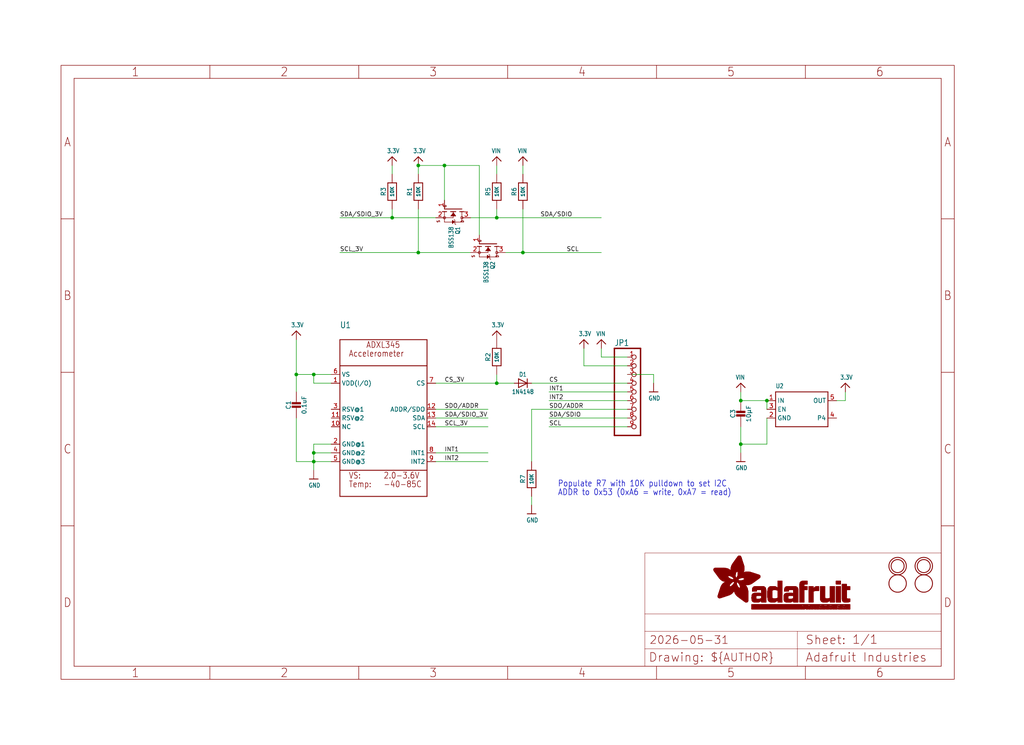
<source format=kicad_sch>
(kicad_sch (version 20230121) (generator eeschema)
  (paper "User" 298.45 217.322)
  (lib_symbols
    (symbol "working-eagle-import:3.3V" (power)
      (property "Value" "3.3V" (at -1.524 1.016 0))
      (symbol "3.3V_1_0"
        (pin power_in line (at 0 -2.54 90) (length 2.54) (name "3.3V") (number "1"))
      )
    )
    (symbol "working-eagle-import:ACCEL_ADXL345"
      (property "Reference" "U" (at -12.7 26.162 0))
      (symbol "ACCEL_ADXL345_1_0"
        (text "-40-85C" (at 0 -20.32 0) (effects (font (size 1.778 1.5113)) (justify left bottom)))
        (text "2.0-3.6V" (at 0 -17.78 0) (effects (font (size 1.778 1.5113)) (justify left bottom)))
        (text "Accelerometer" (at -10.16 17.78 0) (effects (font (size 1.778 1.5113)) (justify left bottom)))
        (text "ADXL345" (at -5.08 20.32 0) (effects (font (size 1.778 1.5113)) (justify left bottom)))
        (text "Temp:" (at -10.16 -20.32 0) (effects (font (size 1.778 1.5113)) (justify left bottom)))
        (text "VS:" (at -10.16 -17.78 0) (effects (font (size 1.778 1.5113)) (justify left bottom)))
        (pin bidirectional line (at -15.24 10.16 0) (length 2.54) (name "VDD(I/O)") (number "1"))
        (pin bidirectional line (at -15.24 -2.54 0) (length 2.54) (name "NC") (number "10"))
        (pin bidirectional line (at -15.24 0 0) (length 2.54) (name "RSV@2") (number "11"))
        (pin bidirectional line (at 15.24 2.54 180) (length 2.54) (name "ADDR/SDO") (number "12"))
        (pin bidirectional line (at 15.24 0 180) (length 2.54) (name "SDA") (number "13"))
        (pin bidirectional line (at 15.24 -2.54 180) (length 2.54) (name "SCL") (number "14"))
        (pin bidirectional line (at -15.24 -7.62 0) (length 2.54) (name "GND@1") (number "2"))
        (pin bidirectional line (at -15.24 2.54 0) (length 2.54) (name "RSV@1") (number "3"))
        (pin bidirectional line (at -15.24 -10.16 0) (length 2.54) (name "GND@2") (number "4"))
        (pin bidirectional line (at -15.24 -12.7 0) (length 2.54) (name "GND@3") (number "5"))
        (pin bidirectional line (at -15.24 12.7 0) (length 2.54) (name "VS") (number "6"))
        (pin bidirectional line (at 15.24 10.16 180) (length 2.54) (name "CS") (number "7"))
        (pin bidirectional line (at 15.24 -10.16 180) (length 2.54) (name "INT1") (number "8"))
        (pin bidirectional line (at 15.24 -12.7 180) (length 2.54) (name "INT2") (number "9"))
      )
    )
    (symbol "working-eagle-import:CAP_CERAMIC0805-NOOUTLINE"
      (property "Reference" "C" (at -2.29 1.25 90))
      (symbol "CAP_CERAMIC0805-NOOUTLINE_1_0"
        (pin passive line (at 0 5.08 270) (length 2.54) (name "1") (number "1"))
        (pin passive line (at 0 -2.54 90) (length 2.54) (name "2") (number "2"))
      )
    )
    (symbol "working-eagle-import:DIODE_SOD323MINI"
      (property "Reference" "D" (at 0 2.54 0))
      (symbol "DIODE_SOD323MINI_1_0"
        (pin passive line (at -2.54 0 0) (length 2.54) (name "A") (number "A"))
        (pin passive line (at 2.54 0 180) (length 2.54) (name "C") (number "C"))
      )
    )
    (symbol "working-eagle-import:FIDUCIAL")
    (symbol "working-eagle-import:FRAME_A4_ADAFRUIT"
      (symbol "FRAME_A4_ADAFRUIT_1_0"
        (text "${#}/${##}" (at 230.505 10.16 0) (effects (font (size 2.54 2.54)) (justify left bottom)))
        (text "${AUTHOR}" (at 189.23 5.08 0) (effects (font (size 2.286 2.286)) (justify left bottom)))
        (text "${CURRENT_DATE}" (at 171.45 10.16 0) (effects (font (size 2.286 2.286)) (justify left bottom)))
        (text "${PROJECTNAME}" (at 171.45 15.24 0) (effects (font (size 2.54 2.54)) (justify left bottom)))
        (text "1" (at 21.6958 1.905 0) (effects (font (size 2.54 2.286))))
        (text "1" (at 21.6958 177.165 0) (effects (font (size 2.54 2.286))))
        (text "2" (at 65.0875 1.905 0) (effects (font (size 2.54 2.286))))
        (text "2" (at 65.0875 177.165 0) (effects (font (size 2.54 2.286))))
        (text "3" (at 108.4792 1.905 0) (effects (font (size 2.54 2.286))))
        (text "3" (at 108.4792 177.165 0) (effects (font (size 2.54 2.286))))
        (text "4" (at 151.8708 1.905 0) (effects (font (size 2.54 2.286))))
        (text "4" (at 151.8708 177.165 0) (effects (font (size 2.54 2.286))))
        (text "5" (at 195.2625 1.905 0) (effects (font (size 2.54 2.286))))
        (text "5" (at 195.2625 177.165 0) (effects (font (size 2.54 2.286))))
        (text "6" (at 238.6542 1.905 0) (effects (font (size 2.54 2.286))))
        (text "6" (at 238.6542 177.165 0) (effects (font (size 2.54 2.286))))
        (text "A" (at 1.905 156.6863 0) (effects (font (size 2.54 2.286))))
        (text "A" (at 258.445 156.6863 0) (effects (font (size 2.54 2.286))))
        (text "Adafruit Industries" (at 216.916 4.953 0) (effects (font (size 2.54 2.54)) (justify left bottom)))
        (text "B" (at 1.905 111.9188 0) (effects (font (size 2.54 2.286))))
        (text "B" (at 258.445 111.9188 0) (effects (font (size 2.54 2.286))))
        (text "C" (at 1.905 67.1513 0) (effects (font (size 2.54 2.286))))
        (text "C" (at 258.445 67.1513 0) (effects (font (size 2.54 2.286))))
        (text "D" (at 1.905 22.3838 0) (effects (font (size 2.54 2.286))))
        (text "D" (at 258.445 22.3838 0) (effects (font (size 2.54 2.286))))
        (text "Drawing:" (at 171.196 4.953 0) (effects (font (size 2.54 2.54)) (justify left bottom)))
        (text "Sheet:" (at 216.916 10.033 0) (effects (font (size 2.54 2.54)) (justify left bottom)))
      )
    )
    (symbol "working-eagle-import:GND" (power)
      (property "Value" "GND" (at -1.524 -2.54 0))
      (symbol "GND_1_0"
        (pin power_in line (at 0 2.54 270) (length 2.54) (name "GND") (number "1"))
      )
    )
    (symbol "working-eagle-import:HEADER-1X970MIL"
      (property "Reference" "JP" (at -6.35 13.335 0))
      (symbol "HEADER-1X970MIL_1_0"
        (pin passive inverted (at -2.54 10.16 0) (length 2.54) (name "1") (number "1"))
        (pin passive inverted (at -2.54 7.62 0) (length 2.54) (name "2") (number "2"))
        (pin passive inverted (at -2.54 5.08 0) (length 2.54) (name "3") (number "3"))
        (pin passive inverted (at -2.54 2.54 0) (length 2.54) (name "4") (number "4"))
        (pin passive inverted (at -2.54 0 0) (length 2.54) (name "5") (number "5"))
        (pin passive inverted (at -2.54 -2.54 0) (length 2.54) (name "6") (number "6"))
        (pin passive inverted (at -2.54 -5.08 0) (length 2.54) (name "7") (number "7"))
        (pin passive inverted (at -2.54 -7.62 0) (length 2.54) (name "8") (number "8"))
        (pin passive inverted (at -2.54 -10.16 0) (length 2.54) (name "9") (number "9"))
      )
    )
    (symbol "working-eagle-import:MOSFET-NWIDE"
      (property "Reference" "Q" (at 5.08 0.635 0))
      (symbol "MOSFET-NWIDE_1_0"
        (text "D" (at 3.175 3.175 0) (effects (font (size 0.8128 0.6908)) (justify left bottom)))
        (text "G" (at -1.27 -1.905 0) (effects (font (size 0.8128 0.6908)) (justify left bottom)))
        (text "S" (at 3.175 -3.81 0) (effects (font (size 0.8128 0.6908)) (justify left bottom)))
        (pin bidirectional line (at -2.54 -2.54 0) (length 2.54) (name "G") (number "1"))
        (pin bidirectional line (at 2.54 -5.08 90) (length 2.54) (name "S") (number "2"))
        (pin bidirectional line (at 2.54 5.08 270) (length 2.54) (name "D") (number "3"))
      )
    )
    (symbol "working-eagle-import:MOUNTINGHOLE2.5")
    (symbol "working-eagle-import:RESISTOR0805_NOOUTLINE"
      (property "Reference" "R" (at 0 2.54 0))
      (symbol "RESISTOR0805_NOOUTLINE_1_0"
        (pin passive line (at -5.08 0 0) (length 2.54) (name "1") (number "1"))
        (pin passive line (at 5.08 0 180) (length 2.54) (name "2") (number "2"))
      )
    )
    (symbol "working-eagle-import:VIN" (power)
      (property "Value" "VIN" (at -1.524 1.016 0))
      (symbol "VIN_1_0"
        (pin power_in line (at 0 -2.54 90) (length 2.54) (name "VIN") (number "1"))
      )
    )
    (symbol "working-eagle-import:VREG_SOT23-5"
      (property "Reference" "U" (at -7.62 6.096 0))
      (symbol "VREG_SOT23-5_1_0"
        (pin power_in line (at -10.16 2.54 0) (length 2.54) (name "IN") (number "1"))
        (pin power_in line (at -10.16 -2.54 0) (length 2.54) (name "GND") (number "2"))
        (pin input line (at -10.16 0 0) (length 2.54) (name "EN") (number "3"))
        (pin bidirectional line (at 10.16 -2.54 180) (length 2.54) (name "P4") (number "4"))
        (pin power_in line (at 10.16 2.54 180) (length 2.54) (name "OUT") (number "5"))
      )
    )
  )
  (junction (at 129.54 48.26))
  (junction (at 215.9 129.54))
  (junction (at 144.78 111.76))
  (junction (at 144.78 63.5))
  (junction (at 91.44 134.62))
  (junction (at 91.44 132.08))
  (junction (at 86.36 109.22))
  (junction (at 152.4 73.66))
  (junction (at 215.9 116.84))
  (junction (at 114.3 63.5))
  (junction (at 91.44 109.22))
  (junction (at 121.92 48.26))
  (junction (at 121.92 73.66))
  (junction (at 223.52 116.84))
  (wire (pts (xy 170.18 106.68) (xy 170.18 101.6)) (stroke (width 0.1524)))
  (wire (pts (xy 182.88 104.14) (xy 175.26 104.14)) (stroke (width 0.1524)))
  (wire (pts (xy 154.94 119.38) (xy 182.88 119.38)) (stroke (width 0.1524)))
  (wire (pts (xy 91.44 134.62) (xy 91.44 137.16)) (stroke (width 0.1524)))
  (wire (pts (xy 127 119.38) (xy 142.24 119.38)) (stroke (width 0.1524)))
  (wire (pts (xy 154.94 111.76) (xy 182.88 111.76)) (stroke (width 0.1524)))
  (wire (pts (xy 127 124.46) (xy 142.24 124.46)) (stroke (width 0.1524)))
  (wire (pts (xy 96.52 129.54) (xy 91.44 129.54)) (stroke (width 0.1524)))
  (wire (pts (xy 144.78 111.76) (xy 144.78 109.22)) (stroke (width 0.1524)))
  (wire (pts (xy 154.94 119.38) (xy 154.94 134.62)) (stroke (width 0.1524)))
  (wire (pts (xy 152.4 73.66) (xy 175.26 73.66)) (stroke (width 0.1524)))
  (wire (pts (xy 86.36 109.22) (xy 91.44 109.22)) (stroke (width 0.1524)))
  (wire (pts (xy 144.78 60.96) (xy 144.78 63.5)) (stroke (width 0.1524)))
  (wire (pts (xy 91.44 111.76) (xy 91.44 109.22)) (stroke (width 0.1524)))
  (wire (pts (xy 223.52 121.92) (xy 223.52 129.54)) (stroke (width 0.1524)))
  (wire (pts (xy 152.4 60.96) (xy 152.4 73.66)) (stroke (width 0.1524)))
  (wire (pts (xy 223.52 119.38) (xy 223.52 116.84)) (stroke (width 0.1524)))
  (wire (pts (xy 215.9 129.54) (xy 215.9 132.08)) (stroke (width 0.1524)))
  (wire (pts (xy 182.88 121.92) (xy 160.02 121.92)) (stroke (width 0.1524)))
  (wire (pts (xy 127 111.76) (xy 144.78 111.76)) (stroke (width 0.1524)))
  (wire (pts (xy 139.7 68.58) (xy 139.7 48.26)) (stroke (width 0.1524)))
  (wire (pts (xy 86.36 109.22) (xy 86.36 99.06)) (stroke (width 0.1524)))
  (wire (pts (xy 91.44 129.54) (xy 91.44 132.08)) (stroke (width 0.1524)))
  (wire (pts (xy 175.26 104.14) (xy 175.26 101.6)) (stroke (width 0.1524)))
  (wire (pts (xy 114.3 60.96) (xy 114.3 63.5)) (stroke (width 0.1524)))
  (wire (pts (xy 121.92 50.8) (xy 121.92 48.26)) (stroke (width 0.1524)))
  (wire (pts (xy 147.32 73.66) (xy 152.4 73.66)) (stroke (width 0.1524)))
  (wire (pts (xy 137.16 73.66) (xy 121.92 73.66)) (stroke (width 0.1524)))
  (wire (pts (xy 127 121.92) (xy 142.24 121.92)) (stroke (width 0.1524)))
  (wire (pts (xy 182.88 106.68) (xy 170.18 106.68)) (stroke (width 0.1524)))
  (wire (pts (xy 121.92 73.66) (xy 99.06 73.66)) (stroke (width 0.1524)))
  (wire (pts (xy 121.92 60.96) (xy 121.92 73.66)) (stroke (width 0.1524)))
  (wire (pts (xy 182.88 124.46) (xy 160.02 124.46)) (stroke (width 0.1524)))
  (wire (pts (xy 96.52 134.62) (xy 91.44 134.62)) (stroke (width 0.1524)))
  (wire (pts (xy 243.84 116.84) (xy 246.38 116.84)) (stroke (width 0.1524)))
  (wire (pts (xy 190.5 109.22) (xy 190.5 111.76)) (stroke (width 0.1524)))
  (wire (pts (xy 127 134.62) (xy 142.24 134.62)) (stroke (width 0.1524)))
  (wire (pts (xy 86.36 134.62) (xy 86.36 121.92)) (stroke (width 0.1524)))
  (wire (pts (xy 129.54 48.26) (xy 121.92 48.26)) (stroke (width 0.1524)))
  (wire (pts (xy 223.52 116.84) (xy 215.9 116.84)) (stroke (width 0.1524)))
  (wire (pts (xy 86.36 114.3) (xy 86.36 109.22)) (stroke (width 0.1524)))
  (wire (pts (xy 182.88 109.22) (xy 190.5 109.22)) (stroke (width 0.1524)))
  (wire (pts (xy 215.9 116.84) (xy 215.9 114.3)) (stroke (width 0.1524)))
  (wire (pts (xy 114.3 50.8) (xy 114.3 48.26)) (stroke (width 0.1524)))
  (wire (pts (xy 246.38 116.84) (xy 246.38 114.3)) (stroke (width 0.1524)))
  (wire (pts (xy 144.78 48.26) (xy 144.78 50.8)) (stroke (width 0.1524)))
  (wire (pts (xy 144.78 111.76) (xy 149.86 111.76)) (stroke (width 0.1524)))
  (wire (pts (xy 129.54 58.42) (xy 129.54 48.26)) (stroke (width 0.1524)))
  (wire (pts (xy 144.78 63.5) (xy 175.26 63.5)) (stroke (width 0.1524)))
  (wire (pts (xy 127 132.08) (xy 142.24 132.08)) (stroke (width 0.1524)))
  (wire (pts (xy 91.44 134.62) (xy 86.36 134.62)) (stroke (width 0.1524)))
  (wire (pts (xy 96.52 111.76) (xy 91.44 111.76)) (stroke (width 0.1524)))
  (wire (pts (xy 139.7 48.26) (xy 129.54 48.26)) (stroke (width 0.1524)))
  (wire (pts (xy 137.16 63.5) (xy 144.78 63.5)) (stroke (width 0.1524)))
  (wire (pts (xy 182.88 114.3) (xy 160.02 114.3)) (stroke (width 0.1524)))
  (wire (pts (xy 182.88 116.84) (xy 160.02 116.84)) (stroke (width 0.1524)))
  (wire (pts (xy 96.52 132.08) (xy 91.44 132.08)) (stroke (width 0.1524)))
  (wire (pts (xy 215.9 124.46) (xy 215.9 129.54)) (stroke (width 0.1524)))
  (wire (pts (xy 154.94 144.78) (xy 154.94 147.32)) (stroke (width 0.1524)))
  (wire (pts (xy 114.3 63.5) (xy 99.06 63.5)) (stroke (width 0.1524)))
  (wire (pts (xy 127 63.5) (xy 114.3 63.5)) (stroke (width 0.1524)))
  (wire (pts (xy 223.52 129.54) (xy 215.9 129.54)) (stroke (width 0.1524)))
  (wire (pts (xy 152.4 48.26) (xy 152.4 50.8)) (stroke (width 0.1524)))
  (wire (pts (xy 91.44 132.08) (xy 91.44 134.62)) (stroke (width 0.1524)))
  (wire (pts (xy 91.44 109.22) (xy 96.52 109.22)) (stroke (width 0.1524)))
  (text "Populate R7 with 10K pulldown to set I2C" (at 162.56 142.24 0) (effects (font (size 1.778 1.5113)) (justify left bottom)))
  (text "ADDR to 0x53 (0xA6 = write, 0xA7 = read)" (at 162.56 144.78 0) (effects (font (size 1.778 1.5113)) (justify left bottom)))
  (label "SDA/SDIO" (at 157.48 63.5 0) (effects (font (size 1.2446 1.2446))))
  (label "SCL" (at 165.1 73.66 0) (effects (font (size 1.2446 1.2446))))
  (label "INT2" (at 129.54 134.62 0) (effects (font (size 1.2446 1.2446))))
  (label "SCL_3V" (at 99.06 73.66 0) (effects (font (size 1.2446 1.2446))))
  (label "SDA/SDIO_3V" (at 129.54 121.92 0) (effects (font (size 1.2446 1.2446))))
  (label "INT1" (at 160.02 114.3 0) (effects (font (size 1.2446 1.2446))))
  (label "INT1" (at 129.54 132.08 0) (effects (font (size 1.2446 1.2446))))
  (label "CS" (at 160.02 111.76 0) (effects (font (size 1.2446 1.2446))))
  (label "SDO/ADDR" (at 129.54 119.38 0) (effects (font (size 1.2446 1.2446))))
  (label "CS_3V" (at 129.54 111.76 0) (effects (font (size 1.2446 1.2446))))
  (label "SCL" (at 160.02 124.46 0) (effects (font (size 1.2446 1.2446))))
  (label "SDA/SDIO" (at 160.02 121.92 0) (effects (font (size 1.2446 1.2446))))
  (label "INT2" (at 160.02 116.84 0) (effects (font (size 1.2446 1.2446))))
  (label "SDA/SDIO_3V" (at 99.06 63.5 0) (effects (font (size 1.2446 1.2446))))
  (label "SCL_3V" (at 129.54 124.46 0) (effects (font (size 1.2446 1.2446))))
  (label "SDO/ADDR" (at 160.02 119.38 0) (effects (font (size 1.2446 1.2446))))
  (symbol (lib_id "working-eagle-import:RESISTOR0805_NOOUTLINE") (at 114.3 55.88 90) (unit 1)
    (property "Reference" "R3" (at 111.76 55.88 0))
    (property "Value" "10K" (at 114.3 55.88 0) (effects (font (size 1.016 1.016) bold)))
    (property "Footprint" "working:0805-NO" (effects hide))
  )
  (symbol (lib_id "working-eagle-import:FIDUCIAL") (at 261.62 170.18 0) (unit 1)
    (property "Reference" "U$3" (effects hide))
    (property "Value" "FIDUCIAL" (effects hide))
    (property "Footprint" "working:FIDUCIAL_1MM" (effects hide))
  )
  (symbol (lib_id "working-eagle-import:RESISTOR0805_NOOUTLINE") (at 144.78 104.14 90) (unit 1)
    (property "Reference" "R2" (at 142.24 104.14 0))
    (property "Value" "10K" (at 144.78 104.14 0) (effects (font (size 1.016 1.016) bold)))
    (property "Footprint" "working:0805-NO" (effects hide))
  )
  (symbol (lib_id "working-eagle-import:3.3V") (at 121.92 45.72 0) (unit 1)
    (property "Reference" "#U$11" (effects hide))
    (property "Value" "3.3V" (at 120.396 44.704 0) (effects (font (size 1.27 1.0795)) (justify left bottom)))
  )
  (symbol (lib_id "working-eagle-import:GND") (at 215.9 134.62 0) (unit 1)
    (property "Reference" "#U$15" (effects hide))
    (property "Value" "GND" (at 214.376 137.16 0) (effects (font (size 1.27 1.0795)) (justify left bottom)))
  )
  (symbol (lib_id "working-eagle-import:GND") (at 91.44 139.7 0) (unit 1)
    (property "Reference" "#U$2" (effects hide))
    (property "Value" "GND" (at 89.916 142.24 0) (effects (font (size 1.27 1.0795)) (justify left bottom)))
  )
  (symbol (lib_id "working-eagle-import:RESISTOR0805_NOOUTLINE") (at 144.78 55.88 90) (unit 1)
    (property "Reference" "R5" (at 142.24 55.88 0))
    (property "Value" "10K" (at 144.78 55.88 0) (effects (font (size 1.016 1.016) bold)))
    (property "Footprint" "working:0805-NO" (effects hide))
  )
  (symbol (lib_id "working-eagle-import:VIN") (at 175.26 99.06 0) (unit 1)
    (property "Reference" "#U$18" (effects hide))
    (property "Value" "VIN" (at 173.736 98.044 0) (effects (font (size 1.27 1.0795)) (justify left bottom)))
  )
  (symbol (lib_id "working-eagle-import:3.3V") (at 170.18 99.06 0) (unit 1)
    (property "Reference" "#U$19" (effects hide))
    (property "Value" "3.3V" (at 168.656 98.044 0) (effects (font (size 1.27 1.0795)) (justify left bottom)))
  )
  (symbol (lib_id "working-eagle-import:FIDUCIAL") (at 269.24 170.18 0) (unit 1)
    (property "Reference" "U$1" (effects hide))
    (property "Value" "FIDUCIAL" (effects hide))
    (property "Footprint" "working:FIDUCIAL_1MM" (effects hide))
  )
  (symbol (lib_id "working-eagle-import:3.3V") (at 246.38 111.76 0) (unit 1)
    (property "Reference" "#U$13" (effects hide))
    (property "Value" "3.3V" (at 244.856 110.744 0) (effects (font (size 1.27 1.0795)) (justify left bottom)))
  )
  (symbol (lib_id "working-eagle-import:VIN") (at 152.4 45.72 0) (unit 1)
    (property "Reference" "#U$17" (effects hide))
    (property "Value" "VIN" (at 150.876 44.704 0) (effects (font (size 1.27 1.0795)) (justify left bottom)))
  )
  (symbol (lib_id "working-eagle-import:VREG_SOT23-5") (at 233.68 119.38 0) (unit 1)
    (property "Reference" "U2" (at 226.06 113.284 0) (effects (font (size 1.27 1.0795)) (justify left bottom)))
    (property "Value" "VREG_SOT23-5" (effects hide))
    (property "Footprint" "working:SOT23-5" (effects hide))
  )
  (symbol (lib_id "working-eagle-import:MOUNTINGHOLE2.5") (at 261.62 165.1 0) (unit 1)
    (property "Reference" "U$6" (effects hide))
    (property "Value" "MOUNTINGHOLE2.5" (effects hide))
    (property "Footprint" "working:MOUNTINGHOLE_2.5_PLATED" (effects hide))
  )
  (symbol (lib_id "working-eagle-import:RESISTOR0805_NOOUTLINE") (at 154.94 139.7 90) (unit 1)
    (property "Reference" "R7" (at 152.4 139.7 0))
    (property "Value" "10K" (at 154.94 139.7 0) (effects (font (size 1.016 1.016) bold)))
    (property "Footprint" "working:0805-NO" (effects hide))
  )
  (symbol (lib_id "working-eagle-import:FRAME_A4_ADAFRUIT") (at 17.78 198.12 0) (unit 1)
    (property "Reference" "#FRAME1" (effects hide))
    (property "Value" "FRAME_A4_ADAFRUIT" (effects hide))
  )
  (symbol (lib_id "working-eagle-import:3.3V") (at 144.78 96.52 0) (unit 1)
    (property "Reference" "#U$12" (effects hide))
    (property "Value" "3.3V" (at 143.256 95.504 0) (effects (font (size 1.27 1.0795)) (justify left bottom)))
  )
  (symbol (lib_id "working-eagle-import:MOUNTINGHOLE2.5") (at 269.24 165.1 0) (unit 1)
    (property "Reference" "U$4" (effects hide))
    (property "Value" "MOUNTINGHOLE2.5" (effects hide))
    (property "Footprint" "working:MOUNTINGHOLE_2.5_PLATED" (effects hide))
  )
  (symbol (lib_id "working-eagle-import:VIN") (at 215.9 111.76 0) (unit 1)
    (property "Reference" "#U$14" (effects hide))
    (property "Value" "VIN" (at 214.376 110.744 0) (effects (font (size 1.27 1.0795)) (justify left bottom)))
  )
  (symbol (lib_id "working-eagle-import:HEADER-1X970MIL") (at 185.42 114.3 0) (unit 1)
    (property "Reference" "JP1" (at 179.07 100.965 0) (effects (font (size 1.778 1.5113)) (justify left bottom)))
    (property "Value" "HEADER-1X970MIL" (effects hide))
    (property "Footprint" "working:1X09_ROUND_70" (effects hide))
  )
  (symbol (lib_id "working-eagle-import:VIN") (at 144.78 45.72 0) (unit 1)
    (property "Reference" "#U$16" (effects hide))
    (property "Value" "VIN" (at 143.256 44.704 0) (effects (font (size 1.27 1.0795)) (justify left bottom)))
  )
  (symbol (lib_id "working-eagle-import:3.3V") (at 114.3 45.72 0) (unit 1)
    (property "Reference" "#U$10" (effects hide))
    (property "Value" "3.3V" (at 112.776 44.704 0) (effects (font (size 1.27 1.0795)) (justify left bottom)))
  )
  (symbol (lib_id "working-eagle-import:MOSFET-NWIDE") (at 132.08 60.96 270) (unit 1)
    (property "Reference" "Q1" (at 132.715 66.04 0) (effects (font (size 1.27 1.0795)) (justify left bottom)))
    (property "Value" "BSS138" (at 130.81 66.04 0) (effects (font (size 1.27 1.0795)) (justify left bottom)))
    (property "Footprint" "working:SOT23-WIDE" (effects hide))
  )
  (symbol (lib_id "working-eagle-import:ACCEL_ADXL345") (at 111.76 121.92 0) (unit 1)
    (property "Reference" "U1" (at 99.06 95.758 0) (effects (font (size 1.778 1.5113)) (justify left bottom)))
    (property "Value" "ACCEL_ADXL345" (effects hide))
    (property "Footprint" "working:LGA14" (effects hide))
  )
  (symbol (lib_id "working-eagle-import:MOSFET-NWIDE") (at 142.24 71.12 270) (unit 1)
    (property "Reference" "Q2" (at 142.875 76.2 0) (effects (font (size 1.27 1.0795)) (justify left bottom)))
    (property "Value" "BSS138" (at 140.97 76.2 0) (effects (font (size 1.27 1.0795)) (justify left bottom)))
    (property "Footprint" "working:SOT23-WIDE" (effects hide))
  )
  (symbol (lib_id "working-eagle-import:RESISTOR0805_NOOUTLINE") (at 121.92 55.88 90) (unit 1)
    (property "Reference" "R1" (at 119.38 55.88 0))
    (property "Value" "10K" (at 121.92 55.88 0) (effects (font (size 1.016 1.016) bold)))
    (property "Footprint" "working:0805-NO" (effects hide))
  )
  (symbol (lib_id "working-eagle-import:CAP_CERAMIC0805-NOOUTLINE") (at 86.36 119.38 0) (unit 1)
    (property "Reference" "C1" (at 84.07 118.13 90))
    (property "Value" "0.1uF" (at 88.66 118.13 90))
    (property "Footprint" "working:0805-NO" (effects hide))
  )
  (symbol (lib_id "working-eagle-import:GND") (at 154.94 149.86 0) (unit 1)
    (property "Reference" "#U$5" (effects hide))
    (property "Value" "GND" (at 153.416 152.4 0) (effects (font (size 1.27 1.0795)) (justify left bottom)))
  )
  (symbol (lib_id "working-eagle-import:3.3V") (at 86.36 96.52 0) (unit 1)
    (property "Reference" "#U$9" (effects hide))
    (property "Value" "3.3V" (at 84.836 95.504 0) (effects (font (size 1.27 1.0795)) (justify left bottom)))
  )
  (symbol (lib_id "working-eagle-import:RESISTOR0805_NOOUTLINE") (at 152.4 55.88 90) (unit 1)
    (property "Reference" "R6" (at 149.86 55.88 0))
    (property "Value" "10K" (at 152.4 55.88 0) (effects (font (size 1.016 1.016) bold)))
    (property "Footprint" "working:0805-NO" (effects hide))
  )
  (symbol (lib_id "working-eagle-import:GND") (at 190.5 114.3 0) (unit 1)
    (property "Reference" "#U$20" (effects hide))
    (property "Value" "GND" (at 188.976 116.84 0) (effects (font (size 1.27 1.0795)) (justify left bottom)))
  )
  (symbol (lib_id "working-eagle-import:CAP_CERAMIC0805-NOOUTLINE") (at 215.9 121.92 0) (unit 1)
    (property "Reference" "C3" (at 213.61 120.67 90))
    (property "Value" "10µF" (at 218.2 120.67 90))
    (property "Footprint" "working:0805-NO" (effects hide))
  )
  (symbol (lib_id "working-eagle-import:DIODE_SOD323MINI") (at 152.4 111.76 0) (unit 1)
    (property "Reference" "D1" (at 152.4 109.22 0) (effects (font (size 1.27 1.0795))))
    (property "Value" "1N4148" (at 152.4 114.26 0) (effects (font (size 1.27 1.0795))))
    (property "Footprint" "working:SOD-323_MINI" (effects hide))
  )
)
</source>
